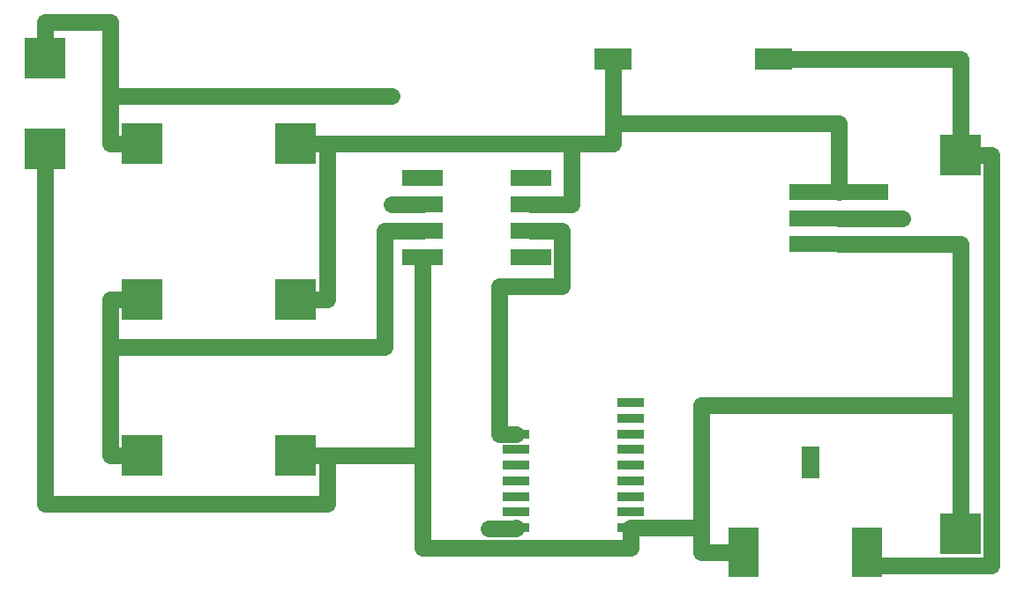
<source format=gbr>
%TF.GenerationSoftware,KiCad,Pcbnew,(6.0.7)*%
%TF.CreationDate,2023-05-19T12:36:11-04:00*%
%TF.ProjectId,sensorV2,73656e73-6f72-4563-922e-6b696361645f,rev?*%
%TF.SameCoordinates,Original*%
%TF.FileFunction,Copper,L1,Top*%
%TF.FilePolarity,Positive*%
%FSLAX46Y46*%
G04 Gerber Fmt 4.6, Leading zero omitted, Abs format (unit mm)*
G04 Created by KiCad (PCBNEW (6.0.7)) date 2023-05-19 12:36:11*
%MOMM*%
%LPD*%
G01*
G04 APERTURE LIST*
%TA.AperFunction,SMDPad,CuDef*%
%ADD10R,4.000000X4.000000*%
%TD*%
%TA.AperFunction,SMDPad,CuDef*%
%ADD11R,9.500000X1.600000*%
%TD*%
%TA.AperFunction,SMDPad,CuDef*%
%ADD12R,3.875000X1.600000*%
%TD*%
%TA.AperFunction,SMDPad,CuDef*%
%ADD13R,3.540000X2.000000*%
%TD*%
%TA.AperFunction,SMDPad,CuDef*%
%ADD14R,2.950000X4.700000*%
%TD*%
%TA.AperFunction,SMDPad,CuDef*%
%ADD15R,1.700000X3.070000*%
%TD*%
%TA.AperFunction,SMDPad,CuDef*%
%ADD16R,2.510000X0.910000*%
%TD*%
%TA.AperFunction,ViaPad*%
%ADD17C,0.800000*%
%TD*%
%TA.AperFunction,Conductor*%
%ADD18C,1.600000*%
%TD*%
%ADD19C,0.350000*%
G04 APERTURE END LIST*
D10*
%TO.P,R3,1*%
%TO.N,Net-(R2-Pad1)*%
X122392000Y-79806800D03*
%TO.P,R3,2*%
%TO.N,Net-(BT1-Pad2)*%
X137192000Y-79796800D03*
%TD*%
D11*
%TO.P,U4,1,ADJ/GND*%
%TO.N,Net-(BT1-Pad2)*%
X189344800Y-59448400D03*
%TO.P,U4,2,VOUT*%
%TO.N,Net-(U3-Pad7)*%
X189344800Y-56973400D03*
%TO.P,U4,3,VIN*%
%TO.N,Net-(R1-Pad2)*%
X189344800Y-54498400D03*
%TD*%
D10*
%TO.P,BT1,1,+*%
%TO.N,Net-(BT1-Pad1)*%
X200964800Y-50938800D03*
%TO.P,BT1,2,-*%
%TO.N,Net-(BT1-Pad2)*%
X200964800Y-87338800D03*
%TD*%
%TO.P,U1,1*%
%TO.N,Net-(BT1-Pad2)*%
X113131600Y-50273200D03*
%TO.P,U1,2*%
%TO.N,Net-(R1-Pad1)*%
X113131600Y-41573200D03*
%TD*%
D12*
%TO.P,U2,1,NULL*%
%TO.N,unconnected-(U2-Pad1)*%
X149356100Y-53077600D03*
%TO.P,U2,2,-*%
%TO.N,Net-(R1-Pad1)*%
X149356100Y-55617600D03*
%TO.P,U2,3,+*%
%TO.N,Net-(R2-Pad1)*%
X149356100Y-58157600D03*
%TO.P,U2,4,V-*%
%TO.N,Net-(BT1-Pad2)*%
X149356100Y-60697600D03*
%TO.P,U2,5,NULL*%
%TO.N,unconnected-(U2-Pad5)*%
X159753600Y-60697600D03*
%TO.P,U2,6*%
%TO.N,Net-(U2-Pad6)*%
X159753600Y-58157600D03*
%TO.P,U2,7,V+*%
%TO.N,Net-(R1-Pad2)*%
X159753600Y-55617600D03*
%TO.P,U2,8,NC*%
%TO.N,unconnected-(U2-Pad8)*%
X159753600Y-53077600D03*
%TD*%
D10*
%TO.P,R1,1*%
%TO.N,Net-(R1-Pad1)*%
X122392000Y-49806800D03*
%TO.P,R1,2*%
%TO.N,Net-(R1-Pad2)*%
X137192000Y-49796800D03*
%TD*%
D13*
%TO.P,SW1,1,1*%
%TO.N,Net-(R1-Pad2)*%
X167671600Y-41656000D03*
%TO.P,SW1,2,2*%
%TO.N,Net-(BT1-Pad1)*%
X183051600Y-41656000D03*
%TD*%
D14*
%TO.P,J1,1*%
%TO.N,Net-(BT1-Pad2)*%
X180125400Y-89109300D03*
%TO.P,J1,2*%
%TO.N,Net-(BT1-Pad1)*%
X192035400Y-89109300D03*
D15*
%TO.P,J1,3*%
%TO.N,N/C*%
X186595400Y-80429300D03*
%TD*%
D10*
%TO.P,R2,1*%
%TO.N,Net-(R2-Pad1)*%
X122392000Y-64806800D03*
%TO.P,R2,2*%
%TO.N,Net-(R1-Pad2)*%
X137192000Y-64796800D03*
%TD*%
D16*
%TO.P,U3,1,ADC*%
%TO.N,Net-(U2-Pad6)*%
X158335300Y-77722400D03*
%TO.P,U3,2,EN*%
%TO.N,unconnected-(U3-Pad2)*%
X158335300Y-79222400D03*
%TO.P,U3,3,IO14*%
%TO.N,unconnected-(U3-Pad3)*%
X158335300Y-80722400D03*
%TO.P,U3,4,IO12*%
%TO.N,unconnected-(U3-Pad4)*%
X158335300Y-82222400D03*
%TO.P,U3,5,IO13*%
%TO.N,unconnected-(U3-Pad5)*%
X158335300Y-83722400D03*
%TO.P,U3,6,IO15*%
%TO.N,unconnected-(U3-Pad6)*%
X158335300Y-85222400D03*
%TO.P,U3,7,VCC*%
%TO.N,Net-(U3-Pad7)*%
X158335300Y-86722400D03*
%TO.P,U3,8,GND*%
%TO.N,Net-(BT1-Pad2)*%
X169335300Y-86722400D03*
%TO.P,U3,9,IO2*%
%TO.N,unconnected-(U3-Pad9)*%
X169335300Y-85222400D03*
%TO.P,U3,10,IO0*%
%TO.N,unconnected-(U3-Pad10)*%
X169335300Y-83722400D03*
%TO.P,U3,11,IO4*%
%TO.N,unconnected-(U3-Pad11)*%
X169335300Y-82222400D03*
%TO.P,U3,12,IO5*%
%TO.N,unconnected-(U3-Pad12)*%
X169335300Y-80722400D03*
%TO.P,U3,13,RX0*%
%TO.N,unconnected-(U3-Pad13)*%
X169335300Y-79222400D03*
%TO.P,U3,14,TX0*%
%TO.N,unconnected-(U3-Pad14)*%
X169335300Y-77722400D03*
%TO.P,U3,15,~{RST}*%
%TO.N,unconnected-(U3-Pad15)*%
X169335300Y-76222400D03*
%TO.P,U3,16,IO16*%
%TO.N,unconnected-(U3-Pad16)*%
X169335300Y-74722400D03*
%TD*%
D17*
%TO.N,Net-(R1-Pad1)*%
X146418500Y-45196600D03*
X146418500Y-55617600D03*
%TO.N,Net-(U3-Pad7)*%
X195419300Y-56973400D03*
X155715600Y-86813700D03*
%TD*%
D18*
%TO.N,Net-(R1-Pad1)*%
X119343800Y-49806800D02*
X122392000Y-49806800D01*
X146418500Y-45196600D02*
X119343800Y-45196600D01*
X113131600Y-41573200D02*
X113131600Y-38123000D01*
X113131600Y-38123000D02*
X119343800Y-38123000D01*
X149356100Y-55617600D02*
X146418500Y-55617600D01*
X119343800Y-38123000D02*
X119343800Y-45196600D01*
X119343800Y-45196600D02*
X119343800Y-49806800D01*
%TO.N,Net-(R2-Pad1)*%
X149356100Y-58157600D02*
X145674400Y-58157600D01*
X145674400Y-69397000D02*
X119391800Y-69397000D01*
X119391800Y-79806800D02*
X122392000Y-79806800D01*
X119391800Y-64806800D02*
X119391800Y-69397000D01*
X145674400Y-58157600D02*
X145674400Y-69397000D01*
X122392000Y-64806800D02*
X119391800Y-64806800D01*
X119391800Y-69397000D02*
X119391800Y-79806800D01*
%TO.N,Net-(BT1-Pad1)*%
X183051600Y-41656000D02*
X200964800Y-41656000D01*
X203965000Y-90339000D02*
X192035400Y-90339000D01*
X192035400Y-90339000D02*
X192035400Y-89109300D01*
X200964800Y-50938800D02*
X203965000Y-50938800D01*
X203965000Y-50938800D02*
X203965000Y-90339000D01*
X200964800Y-41656000D02*
X200964800Y-50938800D01*
%TO.N,Net-(U2-Pad6)*%
X156685100Y-63557800D02*
X156685100Y-77722400D01*
X159753600Y-58157600D02*
X162691200Y-58157600D01*
X162691200Y-63557800D02*
X156685100Y-63557800D01*
X156685100Y-77722400D02*
X158335300Y-77722400D01*
X162691200Y-58157600D02*
X162691200Y-63557800D01*
%TO.N,Net-(BT1-Pad2)*%
X149356100Y-79796800D02*
X149356100Y-88632600D01*
X149356100Y-79796800D02*
X140192200Y-79796800D01*
X169335300Y-88632600D02*
X169335300Y-86722400D01*
X113131600Y-84397000D02*
X140192200Y-84397000D01*
X140192200Y-79796800D02*
X137192000Y-79796800D01*
X113131600Y-50273200D02*
X113131600Y-84397000D01*
X176097900Y-74972300D02*
X176097900Y-86722400D01*
X176097900Y-89109300D02*
X176097900Y-86722400D01*
X180125400Y-89109300D02*
X176097900Y-89109300D01*
X140192200Y-84397000D02*
X140192200Y-79796800D01*
X200964800Y-59448400D02*
X200964800Y-74972300D01*
X200964800Y-74972300D02*
X200964800Y-87338800D01*
X149356100Y-88632600D02*
X169335300Y-88632600D01*
X176097900Y-86722400D02*
X169335300Y-86722400D01*
X200964800Y-74972300D02*
X176097900Y-74972300D01*
X149356100Y-60697600D02*
X149356100Y-79796800D01*
X189344800Y-59448400D02*
X200964800Y-59448400D01*
%TO.N,Net-(R1-Pad2)*%
X159753600Y-55617600D02*
X163668000Y-55617600D01*
X163668000Y-49796800D02*
X140192200Y-49796800D01*
X167671600Y-41656000D02*
X167671600Y-47826400D01*
X167671600Y-49796800D02*
X163668000Y-49796800D01*
X137192000Y-64796800D02*
X140192200Y-64796800D01*
X140192200Y-49796800D02*
X137192000Y-49796800D01*
X140192200Y-64796800D02*
X140192200Y-49796800D01*
X167671600Y-47826400D02*
X189344800Y-47826400D01*
X167671600Y-47826400D02*
X167671600Y-49796800D01*
X189344800Y-47826400D02*
X189344800Y-54498400D01*
X163668000Y-55617600D02*
X163668000Y-49796800D01*
%TO.N,Net-(U3-Pad7)*%
X158335300Y-86813700D02*
X158335300Y-86722400D01*
X155715600Y-86813700D02*
X158335300Y-86813700D01*
X189344800Y-56973400D02*
X195419300Y-56973400D01*
%TD*%
D19*
X146418500Y-45196600D03*
X146418500Y-55617600D03*
X195419300Y-56973400D03*
X155715600Y-86813700D03*
M02*

</source>
